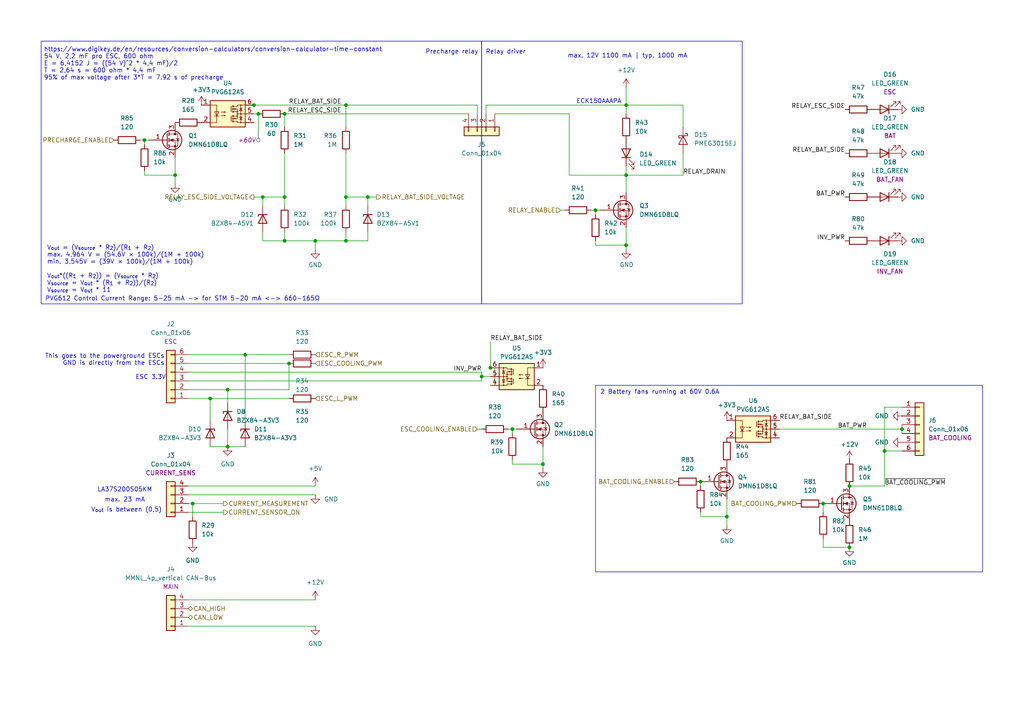
<source format=kicad_sch>
(kicad_sch (version 20231120) (generator "eeschema") (generator_version "8.0")
  (paper "A4")
  (lib_symbols
    (symbol "Connector_Generic:Conn_01x04" (pin_names (offset 1.016) hide)
      (property "Reference" "J" (at 0 5.08 0))
      (property "Value" "Conn_01x04" (at 0 -7.62 0))
      (symbol "Conn_01x04_1_1"
        (rectangle (start -1.27 -4.953) (end 0 -5.207) (stroke (width 0.1524)))
        (rectangle (start -1.27 -2.413) (end 0 -2.667) (stroke (width 0.1524)))
        (rectangle (start -1.27 0.127) (end 0 -0.127) (stroke (width 0.1524)))
        (rectangle (start -1.27 2.667) (end 0 2.413) (stroke (width 0.1524)))
        (rectangle (start -1.27 3.81) (end 1.27 -6.35) (stroke (width 0.254)) (fill (type background)))
        (pin passive line (at -5.08 2.54 0) (length 3.81) (name "Pin_1") (number "1"))
        (pin passive line (at -5.08 0 0) (length 3.81) (name "Pin_2") (number "2"))
        (pin passive line (at -5.08 -2.54 0) (length 3.81) (name "Pin_3") (number "3"))
        (pin passive line (at -5.08 -5.08 0) (length 3.81) (name "Pin_4") (number "4"))
      )
    )
    (symbol "Connector_Generic:Conn_01x06" (pin_names (offset 1.016) hide)
      (property "Reference" "J" (at 0 7.62 0))
      (property "Value" "Conn_01x06" (at 0 -10.16 0))
      (symbol "Conn_01x06_1_1"
        (rectangle (start -1.27 -7.493) (end 0 -7.747) (stroke (width 0.1524)))
        (rectangle (start -1.27 -4.953) (end 0 -5.207) (stroke (width 0.1524)))
        (rectangle (start -1.27 -2.413) (end 0 -2.667) (stroke (width 0.1524)))
        (rectangle (start -1.27 0.127) (end 0 -0.127) (stroke (width 0.1524)))
        (rectangle (start -1.27 2.667) (end 0 2.413) (stroke (width 0.1524)))
        (rectangle (start -1.27 5.207) (end 0 4.953) (stroke (width 0.1524)))
        (rectangle (start -1.27 6.35) (end 1.27 -8.89) (stroke (width 0.254)) (fill (type background)))
        (pin passive line (at -5.08 5.08 0) (length 3.81) (name "Pin_1") (number "1"))
        (pin passive line (at -5.08 2.54 0) (length 3.81) (name "Pin_2") (number "2"))
        (pin passive line (at -5.08 0 0) (length 3.81) (name "Pin_3") (number "3"))
        (pin passive line (at -5.08 -2.54 0) (length 3.81) (name "Pin_4") (number "4"))
        (pin passive line (at -5.08 -5.08 0) (length 3.81) (name "Pin_5") (number "5"))
        (pin passive line (at -5.08 -7.62 0) (length 3.81) (name "Pin_6") (number "6"))
      )
    )
    (symbol "Device:LED" (pin_numbers hide) (pin_names (offset 1.016) hide)
      (property "Reference" "D" (at 0 2.54 0))
      (property "Value" "LED" (at 0 -2.54 0))
      (symbol "LED_0_1"
        (polyline (pts (xy -1.27 -1.27) (xy -1.27 1.27)) (stroke (width 0.254)))
        (polyline (pts (xy -1.27 0) (xy 1.27 0)))
        (polyline (pts (xy 1.27 -1.27) (xy 1.27 1.27) (xy -1.27 0) (xy 1.27 -1.27)) (stroke (width 0.254)))
        (polyline (pts (xy -3.048 -0.762) (xy -4.572 -2.286) (xy -3.81 -2.286) (xy -4.572 -2.286) (xy -4.572 -1.524)))
        (polyline (pts (xy -1.778 -0.762) (xy -3.302 -2.286) (xy -2.54 -2.286) (xy -3.302 -2.286) (xy -3.302 -1.524)))
      )
      (symbol "LED_1_1"
        (pin passive line (at -3.81 0 0) (length 2.54) (name "K") (number "1"))
        (pin passive line (at 3.81 0 180) (length 2.54) (name "A") (number "2"))
      )
    )
    (symbol "Device:R" (pin_numbers hide) (pin_names (offset 0))
      (property "Reference" "R" (at 2.032 0 90))
      (property "Value" "R" (at 0 0 90))
      (symbol "R_0_1"
        (rectangle (start -1.016 -2.54) (end 1.016 2.54) (stroke (width 0.254)))
      )
      (symbol "R_1_1"
        (pin passive line (at 0 3.81 270) (length 1.27) (name "~") (number "1"))
        (pin passive line (at 0 -3.81 90) (length 1.27) (name "~") (number "2"))
      )
    )
    (symbol "Diode:PMEG3015EJ" (pin_numbers hide) (pin_names hide)
      (property "Reference" "D" (at 0 2.54 0))
      (property "Value" "PMEG3015EJ" (at 0 -2.54 0))
      (symbol "PMEG3015EJ_0_1"
        (polyline (pts (xy 1.27 0) (xy -1.27 0)))
        (polyline (pts (xy 1.27 1.27) (xy 1.27 -1.27) (xy -1.27 0) (xy 1.27 1.27)) (stroke (width 0.2032)))
        (polyline (pts (xy -1.905 0.635) (xy -1.905 1.27) (xy -1.27 1.27) (xy -1.27 -1.27) (xy -0.635 -1.27) (xy -0.635 -0.635)) (stroke (width 0.2032)))
      )
      (symbol "PMEG3015EJ_1_1"
        (pin passive line (at -3.81 0 0) (length 2.54) (name "K") (number "1"))
        (pin passive line (at 3.81 0 180) (length 2.54) (name "A") (number "2"))
      )
    )
    (symbol "MVBMS:BZX84-A3V3" (pin_numbers hide) (pin_names (offset 1.016) hide)
      (property "Reference" "D1301" (at -1.27 2.54 90))
      (property "Value" "BZX84-A3V3" (at 1.27 2.54 90))
      (symbol "BZX84-A3V3_0_1"
        (polyline (pts (xy 1.27 0) (xy -1.27 0)))
        (polyline (pts (xy -1.27 -1.27) (xy -1.27 1.27) (xy -0.762 1.27)) (stroke (width 0.254)))
        (polyline (pts (xy 1.27 -1.27) (xy 1.27 1.27) (xy -1.27 0) (xy 1.27 -1.27)) (stroke (width 0.254)))
      )
      (symbol "BZX84-A3V3_1_1"
        (pin passive line (at 3.81 0 180) (length 2.54) (name "A") (number "1"))
        (pin passive line (at -3.81 0 0) (length 2.54) (name "K") (number "3"))
      )
    )
    (symbol "MVBMS:DMN61D8LQ" (pin_names (offset 0) hide)
      (property "Reference" "Q2201" (at 6.35 1.27 0))
      (property "Value" "DMN61D8LQ" (at 6.35 -1.27 0))
      (symbol "DMN61D8LQ_0_1"
        (polyline (pts (xy 0.762 -1.778) (xy 2.54 -1.778)))
        (polyline (pts (xy 0.762 -1.27) (xy 0.762 -2.286)) (stroke (width 0.254)))
        (polyline (pts (xy 0.762 0) (xy 2.54 0)))
        (polyline (pts (xy 0.762 0.508) (xy 0.762 -0.508)) (stroke (width 0.254)))
        (polyline (pts (xy 0.762 1.778) (xy 2.54 1.778)))
        (polyline (pts (xy 0.762 2.286) (xy 0.762 1.27)) (stroke (width 0.254)))
        (polyline (pts (xy 2.54 -1.778) (xy 2.54 -2.54)))
        (polyline (pts (xy 2.54 -1.778) (xy 2.54 0)))
        (polyline (pts (xy 2.54 2.54) (xy 2.54 1.778)))
        (polyline (pts (xy 0.254 1.905) (xy 0.254 -1.905) (xy 0.254 -1.905)) (stroke (width 0.254)))
        (polyline (pts (xy 1.016 0) (xy 2.032 0.381) (xy 2.032 -0.381) (xy 1.016 0)) (fill (type outline)))
        (polyline (pts (xy 2.54 -1.778) (xy 3.302 -1.778) (xy 3.302 1.778) (xy 2.54 1.778)))
        (polyline (pts (xy 2.794 0.508) (xy 2.921 0.381) (xy 3.683 0.381) (xy 3.81 0.254)))
        (polyline (pts (xy 3.302 0.381) (xy 2.921 -0.254) (xy 3.683 -0.254) (xy 3.302 0.381)))
        (circle (center 1.651 0) (radius 2.8194) (stroke (width 0.254)))
        (circle (center 2.54 -1.778) (radius 0.2794) (fill (type outline)))
        (circle (center 2.54 1.778) (radius 0.2794) (fill (type outline)))
      )
      (symbol "DMN61D8LQ_1_1"
        (pin input line (at -5.08 0 0) (length 5.334) (name "G") (number "1"))
        (pin passive line (at 2.54 -5.08 90) (length 2.54) (name "S") (number "2"))
        (pin passive line (at 2.54 5.08 270) (length 2.54) (name "D") (number "3"))
      )
    )
    (symbol "MVBMS:PVG612AS"
      (property "Reference" "U1" (at 0 8.255 0))
      (property "Value" "PVG612AS" (at 0 5.715 0))
      (symbol "PVG612AS_0_1"
        (rectangle (start -5.08 3.81) (end 5.08 -3.81) (stroke (width 0.254)) (fill (type background)))
        (polyline (pts (xy -3.81 -0.635) (xy -2.54 -0.635)))
        (polyline (pts (xy 1.016 -0.635) (xy 1.016 -2.159)) (stroke (width 0.2032)))
        (polyline (pts (xy 1.016 2.159) (xy 1.016 0.635)) (stroke (width 0.2032)))
        (polyline (pts (xy 1.524 -0.508) (xy 1.524 -0.762)) (stroke (width 0.3556)))
        (polyline (pts (xy 2.794 0) (xy 5.08 0)))
        (polyline (pts (xy 3.429 -1.651) (xy 4.191 -1.651)))
        (polyline (pts (xy 3.429 1.651) (xy 4.191 1.651)))
        (polyline (pts (xy 3.81 -2.54) (xy 3.81 2.54)))
        (polyline (pts (xy 1.524 -2.032) (xy 1.524 -2.286) (xy 1.524 -2.286)) (stroke (width 0.3556)))
        (polyline (pts (xy 1.524 -1.27) (xy 1.524 -1.524) (xy 1.524 -1.524)) (stroke (width 0.3556)))
        (polyline (pts (xy 1.524 0.762) (xy 1.524 0.508) (xy 1.524 0.508)) (stroke (width 0.3556)))
        (polyline (pts (xy 1.524 1.524) (xy 1.524 1.27) (xy 1.524 1.27)) (stroke (width 0.3556)))
        (polyline (pts (xy 1.524 2.286) (xy 1.524 2.032) (xy 1.524 2.032)) (stroke (width 0.3556)))
        (polyline (pts (xy 1.651 -1.397) (xy 2.794 -1.397) (xy 2.794 -0.635)))
        (polyline (pts (xy 1.651 1.397) (xy 2.794 1.397) (xy 2.794 0.635)))
        (polyline (pts (xy -5.08 2.54) (xy -3.175 2.54) (xy -3.175 -2.54) (xy -5.08 -2.54)))
        (polyline (pts (xy -3.175 -0.635) (xy -3.81 0.635) (xy -2.54 0.635) (xy -3.175 -0.635)))
        (polyline (pts (xy 1.651 -2.159) (xy 2.794 -2.159) (xy 2.794 -2.54) (xy 5.08 -2.54)))
        (polyline (pts (xy 1.651 -0.635) (xy 2.794 -0.635) (xy 2.794 0.635) (xy 1.651 0.635)))
        (polyline (pts (xy 1.651 2.159) (xy 2.794 2.159) (xy 2.794 2.54) (xy 5.08 2.54)))
        (polyline (pts (xy 1.778 -1.397) (xy 2.286 -1.27) (xy 2.286 -1.524) (xy 1.778 -1.397)))
        (polyline (pts (xy 1.778 1.397) (xy 2.286 1.524) (xy 2.286 1.27) (xy 1.778 1.397)))
        (polyline (pts (xy 3.81 -1.651) (xy 3.429 -0.889) (xy 4.191 -0.889) (xy 3.81 -1.651)))
        (polyline (pts (xy 3.81 1.651) (xy 3.429 0.889) (xy 4.191 0.889) (xy 3.81 1.651)))
        (polyline (pts (xy -1.905 -0.508) (xy -0.635 -0.508) (xy -1.016 -0.635) (xy -1.016 -0.381) (xy -0.635 -0.508)))
        (polyline (pts (xy -1.905 0.508) (xy -0.635 0.508) (xy -1.016 0.381) (xy -1.016 0.635) (xy -0.635 0.508)))
        (circle (center 2.794 -0.635) (radius 0.127))
        (circle (center 2.794 0) (radius 0.127))
        (circle (center 2.794 0.635) (radius 0.127))
        (circle (center 3.81 -2.54) (radius 0.127))
        (circle (center 3.81 0) (radius 0.127))
        (circle (center 3.81 2.54) (radius 0.127))
      )
      (symbol "PVG612AS_1_1"
        (pin passive line (at -7.62 2.54 0) (length 2.54) (name "~") (number "1"))
        (pin passive line (at -7.62 -2.54 0) (length 2.54) (name "~") (number "2"))
        (pin no_connect line (at -5.08 0 0) (length 2.54) hide (name "~") (number "3"))
        (pin passive line (at 7.62 -2.54 180) (length 2.54) (name "~") (number "4"))
        (pin passive line (at 7.62 0 180) (length 2.54) (name "~") (number "5"))
        (pin passive line (at 7.62 2.54 180) (length 2.54) (name "~") (number "6"))
      )
    )
    (symbol "power:+12V" (power) (pin_numbers hide) (pin_names (offset 0) hide)
      (property "Value" "+12V" (at 0 3.556 0))
      (symbol "+12V_0_1"
        (polyline (pts (xy -0.762 1.27) (xy 0 2.54)))
        (polyline (pts (xy 0 0) (xy 0 2.54)))
        (polyline (pts (xy 0 2.54) (xy 0.762 1.27)))
      )
      (symbol "+12V_1_1"
        (pin power_in line (at 0 0 90) (length 0) (name "~") (number "1"))
      )
    )
    (symbol "power:+3V3" (power) (pin_numbers hide) (pin_names (offset 0) hide)
      (property "Value" "+3V3" (at 0 3.556 0))
      (symbol "+3V3_0_1"
        (polyline (pts (xy -0.762 1.27) (xy 0 2.54)))
        (polyline (pts (xy 0 0) (xy 0 2.54)))
        (polyline (pts (xy 0 2.54) (xy 0.762 1.27)))
      )
      (symbol "+3V3_1_1"
        (pin power_in line (at 0 0 90) (length 0) (name "~") (number "1"))
      )
    )
    (symbol "power:+5V" (power) (pin_numbers hide) (pin_names (offset 0) hide)
      (property "Value" "+5V" (at 0 3.556 0))
      (symbol "+5V_0_1"
        (polyline (pts (xy -0.762 1.27) (xy 0 2.54)))
        (polyline (pts (xy 0 0) (xy 0 2.54)))
        (polyline (pts (xy 0 2.54) (xy 0.762 1.27)))
      )
      (symbol "+5V_1_1"
        (pin power_in line (at 0 0 90) (length 0) (name "~") (number "1"))
      )
    )
    (symbol "power:GND" (power) (pin_numbers hide) (pin_names (offset 0) hide)
      (property "Value" "GND" (at 0 -3.81 0))
      (symbol "GND_0_1"
        (polyline (pts (xy 0 0) (xy 0 -1.27) (xy 1.27 -1.27) (xy 0 -2.54) (xy -1.27 -1.27) (xy 0 -1.27)))
      )
      (symbol "GND_1_1"
        (pin power_in line (at 0 0 270) (length 0) (name "~") (number "1"))
      )
    )
  )
  (junction (at 238.76 146.05))
  (junction (at 55.88 146.05))
  (junction (at 76.2 57.15))
  (junction (at 181.61 30.48))
  (junction (at 50.8 50.8))
  (junction (at 66.04 129.54))
  (junction (at 246.38 158.75))
  (junction (at 82.55 69.85))
  (junction (at 73.66 30.48))
  (junction (at 210.82 149.86))
  (junction (at 82.55 33.02))
  (junction (at 82.55 57.15))
  (junction (at 91.44 69.85))
  (junction (at 100.33 57.15))
  (junction (at 60.96 115.57))
  (junction (at 66.04 113.03))
  (junction (at 256.54 130.81))
  (junction (at 100.33 30.48))
  (junction (at 246.38 140.97))
  (junction (at 148.59 124.46))
  (junction (at 139.7 109.22))
  (junction (at 157.48 134.62))
  (junction (at 142.24 106.68))
  (junction (at 100.33 69.85))
  (junction (at 71.12 102.87))
  (junction (at 181.61 50.8))
  (junction (at 41.91 40.64))
  (junction (at 74.93 33.02))
  (junction (at 261.62 124.46))
  (junction (at 203.2 139.7))
  (junction (at 83.82 105.41))
  (junction (at 181.61 71.12))
  (junction (at 172.72 60.96))
  (junction (at 106.68 57.15))
  (wire (pts (xy 143.51 111.76) (xy 142.24 111.76)))
  (wire (pts (xy 198.12 50.8) (xy 198.12 44.45)))
  (wire (pts (xy 172.72 71.12) (xy 181.61 71.12)))
  (wire (pts (xy 143.51 106.68) (xy 143.51 111.76)))
  (wire (pts (xy 54.61 102.87) (xy 71.12 102.87)))
  (wire (pts (xy 76.2 57.15) (xy 82.55 57.15)))
  (wire (pts (xy 142.24 99.06) (xy 142.24 106.68)))
  (wire (pts (xy 148.59 134.62) (xy 157.48 134.62)))
  (wire (pts (xy 181.61 50.8) (xy 181.61 48.26)))
  (wire (pts (xy 60.96 129.54) (xy 66.04 129.54)))
  (wire (pts (xy 181.61 50.8) (xy 181.61 55.88)))
  (wire (pts (xy 55.88 146.05) (xy 64.77 146.05)))
  (wire (pts (xy 142.24 109.22) (xy 139.7 109.22)))
  (wire (pts (xy 73.66 30.48) (xy 100.33 30.48)))
  (wire (pts (xy 54.61 107.95) (xy 139.7 107.95)))
  (wire (pts (xy 50.8 50.8) (xy 50.8 45.72)))
  (wire (pts (xy 238.76 158.75) (xy 246.38 158.75)))
  (wire (pts (xy 54.61 110.49) (xy 139.7 110.49)))
  (wire (pts (xy 143.51 33.02) (xy 165.1 33.02)))
  (wire (pts (xy 91.44 143.51) (xy 54.61 143.51)))
  (wire (pts (xy 54.61 105.41) (xy 83.82 105.41)))
  (wire (pts (xy 100.33 44.45) (xy 100.33 57.15)))
  (wire (pts (xy 143.51 106.68) (xy 142.24 106.68)))
  (wire (pts (xy 224.79 121.92) (xy 224.79 127)))
  (wire (pts (xy 66.04 113.03) (xy 83.82 113.03)))
  (wire (pts (xy 54.61 115.57) (xy 60.96 115.57)))
  (wire (pts (xy 181.61 72.39) (xy 181.61 71.12)))
  (wire (pts (xy 76.2 69.85) (xy 82.55 69.85)))
  (wire (pts (xy 82.55 44.45) (xy 82.55 57.15)))
  (wire (pts (xy 210.82 149.86) (xy 210.82 152.4)))
  (wire (pts (xy 181.61 30.48) (xy 181.61 33.02)))
  (wire (pts (xy 82.55 69.85) (xy 91.44 69.85)))
  (wire (pts (xy 203.2 140.97) (xy 203.2 139.7)))
  (wire (pts (xy 198.12 36.83) (xy 198.12 30.48)))
  (wire (pts (xy 100.33 30.48) (xy 138.43 30.48)))
  (wire (pts (xy 41.91 40.64) (xy 43.18 40.64)))
  (wire (pts (xy 106.68 57.15) (xy 109.22 57.15)))
  (wire (pts (xy 55.88 146.05) (xy 55.88 149.86)))
  (wire (pts (xy 71.12 102.87) (xy 71.12 121.92)))
  (wire (pts (xy 256.54 130.81) (xy 256.54 140.97)))
  (wire (pts (xy 139.7 110.49) (xy 139.7 109.22)))
  (wire (pts (xy 238.76 156.21) (xy 238.76 158.75)))
  (wire (pts (xy 100.33 59.69) (xy 100.33 57.15)))
  (wire (pts (xy 172.72 71.12) (xy 172.72 69.85)))
  (wire (pts (xy 106.68 57.15) (xy 100.33 57.15)))
  (wire (pts (xy 148.59 124.46) (xy 149.86 124.46)))
  (wire (pts (xy 162.56 60.96) (xy 163.83 60.96)))
  (wire (pts (xy 71.12 30.48) (xy 71.12 35.56)))
  (wire (pts (xy 203.2 149.86) (xy 210.82 149.86)))
  (wire (pts (xy 73.66 57.15) (xy 76.2 57.15)))
  (wire (pts (xy 73.66 30.48) (xy 71.12 30.48)))
  (wire (pts (xy 171.45 60.96) (xy 172.72 60.96)))
  (wire (pts (xy 106.68 59.69) (xy 106.68 57.15)))
  (wire (pts (xy 226.06 124.46) (xy 261.62 124.46)))
  (wire (pts (xy 157.48 135.89) (xy 157.48 134.62)))
  (wire (pts (xy 256.54 130.81) (xy 261.62 130.81)))
  (wire (pts (xy 41.91 50.8) (xy 50.8 50.8)))
  (wire (pts (xy 172.72 60.96) (xy 173.99 60.96)))
  (wire (pts (xy 157.48 134.62) (xy 157.48 129.54)))
  (wire (pts (xy 226.06 121.92) (xy 224.79 121.92)))
  (wire (pts (xy 139.7 107.95) (xy 139.7 109.22)))
  (wire (pts (xy 140.97 30.48) (xy 181.61 30.48)))
  (wire (pts (xy 71.12 35.56) (xy 73.66 35.56)))
  (wire (pts (xy 181.61 30.48) (xy 198.12 30.48)))
  (wire (pts (xy 76.2 59.69) (xy 76.2 57.15)))
  (wire (pts (xy 76.2 69.85) (xy 76.2 67.31)))
  (wire (pts (xy 54.61 181.61) (xy 91.44 181.61)))
  (wire (pts (xy 181.61 25.4) (xy 181.61 30.48)))
  (wire (pts (xy 203.2 149.86) (xy 203.2 148.59)))
  (wire (pts (xy 41.91 41.91) (xy 41.91 40.64)))
  (wire (pts (xy 82.55 69.85) (xy 82.55 67.31)))
  (wire (pts (xy 54.61 113.03) (xy 66.04 113.03)))
  (wire (pts (xy 41.91 50.8) (xy 41.91 49.53)))
  (wire (pts (xy 238.76 148.59) (xy 238.76 146.05)))
  (wire (pts (xy 140.97 30.48) (xy 140.97 33.02)))
  (wire (pts (xy 54.61 148.59) (xy 64.77 148.59)))
  (wire (pts (xy 50.8 53.34) (xy 50.8 50.8)))
  (wire (pts (xy 106.68 69.85) (xy 106.68 67.31)))
  (wire (pts (xy 74.93 33.02) (xy 73.66 33.02)))
  (wire (pts (xy 100.33 69.85) (xy 100.33 67.31)))
  (wire (pts (xy 256.54 118.11) (xy 261.62 118.11)))
  (wire (pts (xy 82.55 33.02) (xy 82.55 36.83)))
  (wire (pts (xy 210.82 144.78) (xy 210.82 149.86)))
  (wire (pts (xy 165.1 33.02) (xy 165.1 50.8)))
  (wire (pts (xy 261.62 124.46) (xy 261.62 125.73)))
  (wire (pts (xy 74.93 33.02) (xy 74.93 38.1)))
  (wire (pts (xy 55.88 146.05) (xy 54.61 146.05)))
  (wire (pts (xy 138.43 30.48) (xy 138.43 33.02)))
  (wire (pts (xy 40.64 40.64) (xy 41.91 40.64)))
  (wire (pts (xy 138.43 124.46) (xy 139.7 124.46)))
  (wire (pts (xy 106.68 69.85) (xy 100.33 69.85)))
  (wire (pts (xy 181.61 50.8) (xy 198.12 50.8)))
  (wire (pts (xy 148.59 125.73) (xy 148.59 124.46)))
  (wire (pts (xy 224.79 127) (xy 226.06 127)))
  (wire (pts (xy 66.04 113.03) (xy 66.04 116.84)))
  (wire (pts (xy 165.1 50.8) (xy 181.61 50.8)))
  (wire (pts (xy 261.62 123.19) (xy 261.62 124.46)))
  (wire (pts (xy 71.12 102.87) (xy 83.82 102.87)))
  (wire (pts (xy 147.32 124.46) (xy 148.59 124.46)))
  (wire (pts (xy 91.44 140.97) (xy 54.61 140.97)))
  (wire (pts (xy 256.54 118.11) (xy 256.54 130.81)))
  (wire (pts (xy 100.33 30.48) (xy 100.33 36.83)))
  (wire (pts (xy 83.82 105.41) (xy 83.82 113.03)))
  (wire (pts (xy 91.44 69.85) (xy 100.33 69.85)))
  (wire (pts (xy 148.59 134.62) (xy 148.59 133.35)))
  (wire (pts (xy 60.96 115.57) (xy 83.82 115.57)))
  (wire (pts (xy 82.55 33.02) (xy 135.89 33.02)))
  (wire (pts (xy 91.44 69.85) (xy 91.44 72.39)))
  (wire (pts (xy 60.96 115.57) (xy 60.96 121.92)))
  (wire (pts (xy 246.38 140.97) (xy 256.54 140.97)))
  (wire (pts (xy 172.72 62.23) (xy 172.72 60.96)))
  (wire (pts (xy 71.12 129.54) (xy 66.04 129.54)))
  (wire (pts (xy 181.61 66.04) (xy 181.61 71.12)))
  (wire (pts (xy 82.55 59.69) (xy 82.55 57.15)))
  (wire (pts (xy 66.04 124.46) (xy 66.04 129.54)))
  (wire (pts (xy 54.61 173.99) (xy 91.44 173.99)))
  (rectangle (start 172.72 111.76) (end 284.988 165.862))
  (rectangle (start 139.7 11.938) (end 215.265 88.138))
  (rectangle (start 11.938 11.938) (end 139.7 88.138))
  (text "This goes to the powerground ESCs\nGND is directly from the ESCs" (at 47.752 104.394 0) (effects (font (size 1.27 1.27)) (justify right)))
  (text "V_{out} is between (0,5)" (at 36.703 147.955 0) (effects (font (size 1.27 1.27))))
  (text "Relay driver" (at 140.843 15.875 0) (effects (font (size 1.27 1.27)) (justify left bottom)))
  (text "ECK150AAAPA" (at 167.132 30.226 0) (effects (font (size 1.27 1.27)) (justify left bottom)))
  (text "LA37S200S05KM" (at 36.195 142.113 0) (effects (font (size 1.27 1.27))))
  (text "2 Battery fans running at 60V 0.6A" (at 191.389 113.792 0) (effects (font (size 1.27 1.27))))
  (text "ESC 3.3V" (at 39.243 110.236 0) (effects (font (size 1.27 1.27)) (justify left bottom)))
  (text "max. 12V 1100 mA | typ. 1000 mA " (at 164.592 17.018 0) (effects (font (size 1.27 1.27)) (justify left bottom)))
  (text "max. 23 mA" (at 36.195 145.034 0) (effects (font (size 1.27 1.27))))
  (text "PVG612 Control Current Range: 5-25 mA -> for STM 5-20 mA <-> 660-165 Ω" (at 52.959 86.741 0) (effects (font (size 1.27 1.27))))
  (text "Precharge relay" (at 131.064 15.113 0) (effects (font (size 1.27 1.27))))
  (text "V_{out} = (V_{source} * R_{2})/(R_{1} + R_{2})\nmax. 4,964 V = (54,6V × 100k)/(1M + 100k)\nmin. 3,545 V = (39V × 100k)/(1M + 100k)\n\nV_{out}*((R_{1} + R_{2})) = (V_{source} * R_{2})\nV_{source} = V_{out} * (R_{1} + R_{2}))/(R_{2})\nV_{source} = V_{out} * 11\n\n" (at 13.589 79.121 0) (effects (font (size 1.27 1.27)) (justify left)))
  (text "https://www.digikey.de/en/resources/conversion-calculators/conversion-calculator-time-constant\n54 V, 2,2 mF pro ESC, 600 ohm\nE = 6,4152 J = ((54 V)^2 * 4,4 mF)/2\nT = 2,64 s = 600 ohm * 4,4 mF \n95% of max voltage after 3*T = 7.92 s of precharge" (at 12.7 18.542 0) (effects (font (size 1.27 1.27)) (justify left)))
  (label "RELAY_ESC_SIDE" (at 245.11 31.75 180) (property "Netclass" "+60V" (effects (hide yes))))
  (label "RELAY_BAT_SIDE" (at 142.24 99.06 0) (property "Netclass" "+60V" (effects (hide yes))))
  (label "INV_PWR" (at 245.11 69.85 180) (property "Netclass" "+60V" (effects (hide yes))))
  (label "RELAY_ESC_SIDE" (at 99.06 33.02 180) (property "Netclass" "+60V" (effects (hide yes))))
  (label "INV_PWR" (at 139.7 107.95 180) (property "Netclass" "+60V" (effects (hide yes))))
  (label "~{BAT_COOLING_PWM}" (at 256.54 140.97 0))
  (label "RELAY_BAT_SIDE" (at 226.06 121.92 0) (property "Netclass" "+60V" (effects (hide yes))))
  (label "BAT_PWR" (at 245.11 57.15 180) (property "Netclass" "+60V" (effects (hide yes))))
  (label "BAT_PWR" (at 251.46 124.46 180) (property "Netclass" "+60V" (effects (hide yes))))
  (label "RELAY_DRAIN" (at 198.12 50.8 0) (property "Netclass" "+12V" (effects (hide yes))))
  (label "RELAY_BAT_SIDE" (at 245.11 44.45 180) (property "Netclass" "+60V" (effects (hide yes))))
  (label "RELAY_BAT_SIDE" (at 99.06 30.48 180) (property "Netclass" "+60V" (effects (hide yes))))
  (hierarchical_label "ESC_COOLING_ENABLE" (shape input) (at 138.43 124.46 180))
  (hierarchical_label "CAN_LOW" (shape bidirectional) (at 54.61 179.07 0))
  (hierarchical_label "RELAY_BAT_SIDE_VOLTAGE" (shape output) (at 109.22 57.15 0))
  (hierarchical_label "CURRENT_MEASUREMENT" (shape output) (at 64.77 146.05 0))
  (hierarchical_label "BAT_COOLING_ENABLE" (shape input) (at 195.58 139.7 180))
  (hierarchical_label "CURRENT_SENSOR_ON" (shape output) (at 64.77 148.59 0))
  (hierarchical_label "RELAY_ESC_SIDE_VOLTAGE" (shape output) (at 73.66 57.15 180))
  (hierarchical_label "PRECHARGE_ENABLE" (shape input) (at 33.02 40.64 180))
  (hierarchical_label "ESC_L_PWM" (shape input) (at 91.44 115.57 0))
  (hierarchical_label "CAN_HIGH" (shape bidirectional) (at 54.61 176.53 0))
  (hierarchical_label "ESC_R_PWM" (shape input) (at 91.44 102.87 0))
  (hierarchical_label "RELAY_ENABLE" (shape input) (at 162.56 60.96 180))
  (hierarchical_label "BAT_COOLING_PWM" (shape input) (at 231.14 146.05 180))
  (hierarchical_label "ESC_COOLING_PWM" (shape input) (at 91.44 105.41 0))
  (netclass_flag "" (length 2.54) (shape round) (at 74.93 38.1 180) (property "Netclass" "+60V" (at 74.2315 40.64 0) (effects (font (italic yes)) (justify right))))
  (symbol (lib_id "Device:LED") (at 256.54 31.75 180) (unit 1)
    (property "Reference" "D16" (at 258.1275 21.59 0))
    (property "Value" "LED_GREEN" (at 258.1275 24.13 0))
    (property "Footprint" "LED_SMD:LED_0603_1608Metric" (effects (hide yes)))
    (property "Description" "Light emitting diode" (effects (hide yes)))
    (property "Silkscreen" "ESC" (at 258.1275 26.67 0))
  )
  (symbol (lib_id "Device:R") (at 246.38 154.94 0) (mirror y) (unit 1)
    (property "Reference" "R46" (at 248.92 153.6699 0) (effects (justify right)))
    (property "Value" "1M" (at 248.92 156.2099 0) (effects (justify right)))
    (property "Footprint" "Resistor_SMD:R_0603_1608Metric" (effects (hide yes)))
    (property "Description" "Resistor" (effects (hide yes)))
  )
  (symbol (lib_id "Connector_Generic:Conn_01x04") (at 49.53 146.05 180) (unit 1)
    (property "Reference" "J3" (at 49.53 132.08 0))
    (property "Value" "Conn_01x04" (at 49.53 134.62 0))
    (property "Footprint" "FaSTTUBe_connectors:Micro_Mate-N-Lok_4p_horizontal" (effects (hide yes)))
    (property "Description" "Generic connector, single row, 01x04, script generated (kicad-library-utils/schlib/autogen/connector/)" (effects (hide yes)))
    (property "Silkscreen" "CURRENT_SENS" (at 49.53 137.16 0))
  )
  (symbol (lib_id "power:+3V3") (at 210.82 121.92 0) (unit 1)
    (property "Reference" "#PWR057" (effects (hide yes)))
    (property "Value" "+3V3" (at 210.82 117.475 0))
    (property "Description" "Power symbol creates a global label with name \"+3V3\"" (effects (hide yes)))
  )
  (symbol (lib_id "Connector_Generic:Conn_01x04") (at 49.53 179.07 180) (unit 1)
    (property "Reference" "J4" (at 49.53 165.1 0))
    (property "Value" "MMNL_4p_vertical CAN-Bus" (at 49.53 167.64 0))
    (property "Footprint" "FaSTTUBe_connectors:Micro_Mate-N-Lok_4p_horizontal" (effects (hide yes)))
    (property "Description" "Generic connector, single row, 01x04, script generated (kicad-library-utils/schlib/autogen/connector/)" (effects (hide yes)))
    (property "Silkscreen" "MAIN" (at 49.53 170.18 0))
  )
  (symbol (lib_id "Device:R") (at 181.61 36.83 0) (unit 1)
    (property "Reference" "R43" (at 184.15 35.5599 0) (effects (justify left)))
    (property "Value" "10k" (at 184.15 38.0999 0) (effects (justify left)))
    (property "Footprint" "Resistor_SMD:R_0603_1608Metric" (effects (hide yes)))
    (property "Description" "Resistor" (effects (hide yes)))
    (instances (project "MVBMS" (path "" (reference "R43") (unit 1))) (project "Master_FT24" (path "" (reference "R404") (unit 1))))
  )
  (symbol (lib_id "Device:R") (at 248.92 69.85 270) (unit 1)
    (property "Reference" "R80" (at 248.92 63.5 90))
    (property "Value" "47k" (at 248.92 66.04 90))
    (property "Footprint" "Resistor_SMD:R_0603_1608Metric" (effects (hide yes)))
    (property "Description" "Resistor" (effects (hide yes)))
  )
  (symbol (lib_id "Device:R") (at 148.59 129.54 0) (unit 1)
    (property "Reference" "R39" (at 146.05 128.2699 0) (effects (justify right)))
    (property "Value" "10k" (at 146.05 130.8099 0) (effects (justify right)))
    (property "Footprint" "Resistor_SMD:R_0603_1608Metric" (effects (hide yes)))
    (property "Description" "Resistor" (effects (hide yes)))
  )
  (symbol (lib_id "Device:R") (at 203.2 144.78 0) (unit 1)
    (property "Reference" "R84" (at 205.74 143.5099 0) (effects (justify left)))
    (property "Value" "10k" (at 205.74 146.0499 0) (effects (justify left)))
    (property "Footprint" "Resistor_SMD:R_0603_1608Metric" (effects (hide yes)))
    (property "Description" "Resistor" (effects (hide yes)))
  )
  (symbol (lib_id "MVBMS:DMN61D8LQ") (at 154.94 124.46 0) (unit 1)
    (property "Reference" "Q2" (at 160.655 123.1899 0) (effects (justify left)))
    (property "Value" "DMN61D8LQ" (at 160.655 125.7299 0) (effects (justify left)))
    (property "Footprint" "Package_TO_SOT_SMD:SOT-23" (effects (hide yes)))
    (property "Datasheet" "https://www.mouser.de/datasheet/2/115/DIOD_S_A0002832699_1-2541996.pdf" (effects (hide yes)))
  )
  (symbol (lib_id "Device:R") (at 82.55 63.5 0) (unit 1)
    (property "Reference" "R32" (at 85.09 62.2299 0) (effects (justify left)))
    (property "Value" "100k" (at 85.09 64.7699 0) (effects (justify left)))
    (property "Footprint" "Resistor_SMD:R_0603_1608Metric" (effects (hide yes)))
    (property "Description" "Resistor" (effects (hide yes)))
  )
  (symbol (lib_id "Device:R") (at 41.91 45.72 0) (unit 1)
    (property "Reference" "R86" (at 44.45 44.4499 0) (effects (justify left)))
    (property "Value" "10k" (at 44.45 46.9899 0) (effects (justify left)))
    (property "Footprint" "Resistor_SMD:R_0603_1608Metric" (effects (hide yes)))
    (property "Description" "Resistor" (effects (hide yes)))
  )
  (symbol (lib_id "power:GND") (at 260.35 44.45 90) (unit 1)
    (property "Reference" "#PWR062" (effects (hide yes)))
    (property "Value" "GND" (at 264.16 44.4499 90) (effects (justify right)))
    (property "Description" "Power symbol creates a global label with name \"GND\" , ground" (effects (hide yes)))
  )
  (symbol (lib_id "MVBMS:BZX84-A3V3") (at 106.68 63.5 90) (mirror x) (unit 1)
    (property "Reference" "D13" (at 109.22 62.2299 90) (effects (justify right)))
    (property "Value" "BZX84-A5V1" (at 109.22 64.7699 90) (effects (justify right)))
    (property "Footprint" "Package_TO_SOT_SMD:SOT-23-3" (effects (hide yes)))
  )
  (symbol (lib_id "Device:R") (at 78.74 33.02 270) (unit 1)
    (property "Reference" "R30" (at 78.74 36.195 90))
    (property "Value" "60" (at 78.74 38.735 90))
    (property "Footprint" "Resistor_SMD:R_2512_6332Metric" (effects (hide yes)))
    (property "Description" "Resistor" (effects (hide yes)))
  )
  (symbol (lib_id "power:+12V") (at 181.61 25.4 0) (unit 1)
    (property "Reference" "#PWR055" (effects (hide yes)))
    (property "Value" "+12V" (at 181.61 20.32 0))
    (property "Description" "Power symbol creates a global label with name \"+12V\"" (effects (hide yes)))
  )
  (symbol (lib_id "power:GND") (at 260.35 31.75 90) (unit 1)
    (property "Reference" "#PWR061" (effects (hide yes)))
    (property "Value" "GND" (at 264.16 31.7499 90) (effects (justify right)))
    (property "Description" "Power symbol creates a global label with name \"GND\" , ground" (effects (hide yes)))
  )
  (symbol (lib_id "Diode:PMEG3015EJ") (at 198.12 40.64 270) (unit 1)
    (property "Reference" "D15" (at 201.295 39.0525 90) (effects (justify left)))
    (property "Value" "PMEG3015EJ" (at 201.295 41.5925 90) (effects (justify left)))
    (property "Footprint" "Diode_SMD:D_SOD-323_HandSoldering" (effects (hide yes)))
    (property "Datasheet" "https://assets.nexperia.com/documents/data-sheet/PMEG3015EH.pdf" (effects (hide yes)))
    (property "Description" "30V, 1.5A ultra low Vf MEGA Schottky barrier rectifier, SOD-323F" (effects (hide yes)))
  )
  (symbol (lib_id "Device:LED") (at 181.61 44.45 90) (unit 1)
    (property "Reference" "D14" (at 185.42 44.7674 90) (effects (justify right)))
    (property "Value" "LED_GREEN" (at 185.42 47.3074 90) (effects (justify right)))
    (property "Footprint" "LED_SMD:LED_0603_1608Metric" (effects (hide yes)))
    (property "Description" "Light emitting diode" (effects (hide yes)))
    (property "Silkscreen" "RELAY_ON" (effects (hide yes)))
    (instances (project "MVBMS" (path "" (reference "D14") (unit 1))) (project "Master_FT24" (path "" (reference "D406") (unit 1))))
  )
  (symbol (lib_id "Connector_Generic:Conn_01x06") (at 266.7 123.19 0) (unit 1)
    (property "Reference" "J6" (at 269.24 121.9199 0) (effects (justify left)))
    (property "Value" "Conn_01x06" (at 269.24 124.4599 0) (effects (justify left)))
    (property "Footprint" "FaSTTUBe_connectors:Micro_Mate-N-Lok_6p_horizontal" (effects (hide yes)))
    (property "Description" "Generic connector, single row, 01x06, script generated (kicad-library-utils/schlib/autogen/connector/)" (effects (hide yes)))
    (property "Silkscreen" "BAT_COOLING" (at 269.24 126.9999 0) (effects (justify left)))
  )
  (symbol (lib_id "MVBMS:PVG612AS") (at 66.04 33.02 0) (unit 1)
    (property "Reference" "U4" (at 66.04 24.13 0))
    (property "Value" "PVG612AS" (at 66.04 26.67 0))
    (property "Footprint" "Package_DIP:SMDIP-6_W9.53mm" (effects (hide yes)))
    (property "Datasheet" "https://www.infineon.com/dgdl/Infineon-PVG612A-DataSheet-v01_00-EN.pdf?fileId=5546d462533600a401535683ca14293a" (effects (hide yes)))
  )
  (symbol (lib_id "Device:R") (at 87.63 102.87 90) (unit 1)
    (property "Reference" "R33" (at 87.63 96.52 90))
    (property "Value" "120" (at 87.63 99.06 90))
    (property "Footprint" "Resistor_SMD:R_0603_1608Metric" (effects (hide yes)))
    (property "Description" "Resistor" (effects (hide yes)))
  )
  (symbol (lib_id "Device:R") (at 210.82 130.81 180) (unit 1)
    (property "Reference" "R44" (at 213.36 129.5399 0) (effects (justify right)))
    (property "Value" "165" (at 213.36 132.0799 0) (effects (justify right)))
    (property "Footprint" "Resistor_SMD:R_0603_1608Metric" (effects (hide yes)))
    (property "Description" "Resistor" (effects (hide yes)))
  )
  (symbol (lib_id "power:GND") (at 55.88 157.48 0) (mirror y) (unit 1)
    (property "Reference" "#PWR045" (effects (hide yes)))
    (property "Value" "GND" (at 55.88 162.56 0))
    (property "Description" "Power symbol creates a global label with name \"GND\" , ground" (effects (hide yes)))
  )
  (symbol (lib_id "Device:R") (at 36.83 40.64 90) (unit 1)
    (property "Reference" "R85" (at 36.83 34.29 90))
    (property "Value" "120" (at 36.83 36.83 90))
    (property "Footprint" "Resistor_SMD:R_0603_1608Metric" (effects (hide yes)))
    (property "Description" "Resistor" (effects (hide yes)))
  )
  (symbol (lib_id "MVBMS:BZX84-A3V3") (at 71.12 125.73 90) (mirror x) (unit 1)
    (property "Reference" "D11" (at 73.66 124.4599 90) (effects (justify right)))
    (property "Value" "BZX84-A3V3" (at 73.66 126.9999 90) (effects (justify right)))
    (property "Footprint" "Package_TO_SOT_SMD:SOT-23-3" (effects (hide yes)))
  )
  (symbol (lib_id "power:GND") (at 50.8 53.34 0) (unit 1)
    (property "Reference" "#PWR044" (effects (hide yes)))
    (property "Value" "GND" (at 50.8 57.785 0))
    (property "Description" "Power symbol creates a global label with name \"GND\" , ground" (effects (hide yes)))
  )
  (symbol (lib_id "power:GND") (at 91.44 143.51 0) (mirror y) (unit 1)
    (property "Reference" "#PWR050" (effects (hide yes)))
    (property "Value" "GND" (at 93.98 144.7799 0) (effects (justify right)))
    (property "Description" "Power symbol creates a global label with name \"GND\" , ground" (effects (hide yes)))
  )
  (symbol (lib_id "power:GND") (at 91.44 72.39 0) (mirror y) (unit 1)
    (property "Reference" "#PWR048" (effects (hide yes)))
    (property "Value" "GND" (at 91.44 76.835 0))
    (property "Description" "Power symbol creates a global label with name \"GND\" , ground" (effects (hide yes)))
  )
  (symbol (lib_id "Device:LED") (at 256.54 57.15 180) (unit 1)
    (property "Reference" "D18" (at 258.1275 46.99 0))
    (property "Value" "LED_GREEN" (at 258.1275 49.53 0))
    (property "Footprint" "LED_SMD:LED_0603_1608Metric" (effects (hide yes)))
    (property "Description" "Light emitting diode" (effects (hide yes)))
    (property "Silkscreen" "BAT_FAN" (at 258.1275 52.07 0))
  )
  (symbol (lib_id "MVBMS:DMN61D8LQ") (at 208.28 139.7 0) (unit 1)
    (property "Reference" "Q4" (at 213.995 138.4299 0) (effects (justify left)))
    (property "Value" "DMN61D8LQ" (at 213.995 140.9699 0) (effects (justify left)))
    (property "Footprint" "Package_TO_SOT_SMD:SOT-23" (effects (hide yes)))
    (property "Datasheet" "https://www.mouser.de/datasheet/2/115/DIOD_S_A0002832699_1-2541996.pdf" (effects (hide yes)))
  )
  (symbol (lib_id "Device:R") (at 248.92 57.15 270) (unit 1)
    (property "Reference" "R49" (at 248.92 50.8 90))
    (property "Value" "47k" (at 248.92 53.34 90))
    (property "Footprint" "Resistor_SMD:R_0603_1608Metric" (effects (hide yes)))
    (property "Description" "Resistor" (effects (hide yes)))
  )
  (symbol (lib_id "power:+12V") (at 91.44 173.99 0) (unit 1)
    (property "Reference" "#PWR051" (effects (hide yes)))
    (property "Value" "+12V" (at 91.44 168.91 0))
    (property "Description" "Power symbol creates a global label with name \"+12V\"" (effects (hide yes)))
  )
  (symbol (lib_id "Device:LED") (at 256.54 69.85 180) (unit 1)
    (property "Reference" "D19" (at 258.1275 73.66 0))
    (property "Value" "LED_GREEN" (at 258.1275 76.2 0))
    (property "Footprint" "LED_SMD:LED_0603_1608Metric" (effects (hide yes)))
    (property "Description" "Light emitting diode" (effects (hide yes)))
    (property "Silkscreen" "INV_FAN" (at 258.1275 78.74 0))
  )
  (symbol (lib_id "power:GND") (at 66.04 129.54 0) (unit 1)
    (property "Reference" "#PWR047" (effects (hide yes)))
    (property "Value" "GND" (at 66.04 134.62 0))
    (property "Description" "Power symbol creates a global label with name \"GND\" , ground" (effects (hide yes)))
  )
  (symbol (lib_id "power:GND") (at 210.82 152.4 0) (mirror y) (unit 1)
    (property "Reference" "#PWR058" (effects (hide yes)))
    (property "Value" "GND" (at 210.82 156.845 0))
    (property "Description" "Power symbol creates a global label with name \"GND\" , ground" (effects (hide yes)))
  )
  (symbol (lib_id "power:GND") (at 261.62 128.27 270) (mirror x) (unit 1)
    (property "Reference" "#PWR065" (effects (hide yes)))
    (property "Value" "GND" (at 257.81 128.2699 90) (effects (justify right)))
    (property "Description" "Power symbol creates a global label with name \"GND\" , ground" (effects (hide yes)))
  )
  (symbol (lib_id "Device:R") (at 82.55 40.64 0) (mirror y) (unit 1)
    (property "Reference" "R31" (at 85.09 39.3699 0) (effects (justify right)))
    (property "Value" "1M" (at 85.09 41.9099 0) (effects (justify right)))
    (property "Footprint" "Resistor_SMD:R_0603_1608Metric" (effects (hide yes)))
    (property "Description" "Resistor" (effects (hide yes)))
  )
  (symbol (lib_id "Device:R") (at 100.33 40.64 0) (unit 1)
    (property "Reference" "R36" (at 97.79 39.3699 0) (effects (justify right)))
    (property "Value" "1M" (at 97.79 41.9099 0) (effects (justify right)))
    (property "Footprint" "Resistor_SMD:R_0603_1608Metric" (effects (hide yes)))
    (property "Description" "Resistor" (effects (hide yes)))
  )
  (symbol (lib_id "Device:R") (at 87.63 105.41 90) (unit 1)
    (property "Reference" "R34" (at 87.63 110.49 90))
    (property "Value" "120" (at 87.63 113.03 90))
    (property "Footprint" "Resistor_SMD:R_0603_1608Metric" (effects (hide yes)))
    (property "Description" "Resistor" (effects (hide yes)))
  )
  (symbol (lib_id "power:GND") (at 260.35 57.15 90) (unit 1)
    (property "Reference" "#PWR063" (effects (hide yes)))
    (property "Value" "GND" (at 264.16 57.1499 90) (effects (justify right)))
    (property "Description" "Power symbol creates a global label with name \"GND\" , ground" (effects (hide yes)))
  )
  (symbol (lib_id "Device:R") (at 238.76 152.4 0) (unit 1)
    (property "Reference" "R82" (at 241.3 151.1299 0) (effects (justify left)))
    (property "Value" "10k" (at 241.3 153.6699 0) (effects (justify left)))
    (property "Footprint" "Resistor_SMD:R_0603_1608Metric" (effects (hide yes)))
    (property "Description" "Resistor" (effects (hide yes)))
  )
  (symbol (lib_id "power:+5V") (at 91.44 140.97 0) (unit 1)
    (property "Reference" "#PWR049" (effects (hide yes)))
    (property "Value" "+5V" (at 91.44 135.89 0))
    (property "Description" "Power symbol creates a global label with name \"+5V\"" (effects (hide yes)))
  )
  (symbol (lib_id "power:+3V3") (at 157.48 106.68 0) (mirror y) (unit 1)
    (property "Reference" "#PWR053" (effects (hide yes)))
    (property "Value" "+3V3" (at 157.48 102.235 0))
    (property "Description" "Power symbol creates a global label with name \"+3V3\"" (effects (hide yes)))
  )
  (symbol (lib_id "power:GND") (at 261.62 120.65 270) (unit 1)
    (property "Reference" "#PWR064" (effects (hide yes)))
    (property "Value" "GND" (at 257.81 120.6499 90) (effects (justify right)))
    (property "Description" "Power symbol creates a global label with name \"GND\" , ground" (effects (hide yes)))
  )
  (symbol (lib_id "MVBMS:DMN61D8LQ") (at 48.26 40.64 0) (unit 1)
    (property "Reference" "Q1" (at 54.61 39.3699 0) (effects (justify left)))
    (property "Value" "DMN61D8LQ" (at 54.61 41.9099 0) (effects (justify left)))
    (property "Footprint" "Package_TO_SOT_SMD:SOT-23" (effects (hide yes)))
    (property "Datasheet" "https://www.mouser.de/datasheet/2/115/DIOD_S_A0002832699_1-2541996.pdf" (effects (hide yes)))
  )
  (symbol (lib_id "Device:R") (at 54.61 35.56 270) (unit 1)
    (property "Reference" "R28" (at 54.61 29.21 90))
    (property "Value" "165" (at 54.61 31.75 90))
    (property "Footprint" "Resistor_SMD:R_0603_1608Metric" (effects (hide yes)))
    (property "Description" "Resistor" (effects (hide yes)))
  )
  (symbol (lib_id "MVBMS:BZX84-A3V3") (at 60.96 125.73 270) (unit 1)
    (property "Reference" "D10" (at 58.42 124.4599 90) (effects (justify right)))
    (property "Value" "BZX84-A3V3" (at 58.42 126.9999 90) (effects (justify right)))
    (property "Footprint" "Package_TO_SOT_SMD:SOT-23-3" (effects (hide yes)))
  )
  (symbol (lib_id "power:GND") (at 246.38 158.75 0) (mirror y) (unit 1)
    (property "Reference" "#PWR060" (effects (hide yes)))
    (property "Value" "GND" (at 246.38 163.195 0))
    (property "Description" "Power symbol creates a global label with name \"GND\" , ground" (effects (hide yes)))
  )
  (symbol (lib_id "Device:R") (at 143.51 124.46 90) (unit 1)
    (property "Reference" "R38" (at 143.51 118.11 90))
    (property "Value" "120" (at 143.51 120.65 90))
    (property "Footprint" "Resistor_SMD:R_0603_1608Metric" (effects (hide yes)))
    (property "Description" "Resistor" (effects (hide yes)))
  )
  (symbol (lib_id "Device:R") (at 100.33 63.5 0) (mirror y) (unit 1)
    (property "Reference" "R37" (at 97.79 62.2299 0) (effects (justify left)))
    (property "Value" "100k" (at 97.79 64.7699 0) (effects (justify left)))
    (property "Footprint" "Resistor_SMD:R_0603_1608Metric" (effects (hide yes)))
    (property "Description" "Resistor" (effects (hide yes)))
  )
  (symbol (lib_id "Device:R") (at 248.92 44.45 270) (unit 1)
    (property "Reference" "R48" (at 248.92 38.1 90))
    (property "Value" "47k" (at 248.92 40.64 90))
    (property "Footprint" "Resistor_SMD:R_0603_1608Metric" (effects (hide yes)))
    (property "Description" "Resistor" (effects (hide yes)))
  )
  (symbol (lib_id "MVBMS:DMN61D8LQ") (at 179.07 60.96 0) (unit 1)
    (property "Reference" "Q3" (at 185.42 59.6899 0) (effects (justify left)))
    (property "Value" "DMN61D8LQ" (at 185.42 62.2299 0) (effects (justify left)))
    (property "Footprint" "Package_TO_SOT_SMD:SOT-23" (effects (hide yes)))
    (property "Datasheet" "https://www.mouser.de/datasheet/2/115/DIOD_S_A0002832699_1-2541996.pdf" (effects (hide yes)))
  )
  (symbol (lib_id "MVBMS:DMN61D8LQ") (at 243.84 146.05 0) (unit 1)
    (property "Reference" "Q5" (at 250.19 144.7799 0) (effects (justify left)))
    (property "Value" "DMN61D8LQ" (at 250.19 147.3199 0) (effects (justify left)))
    (property "Footprint" "Package_TO_SOT_SMD:SOT-23" (effects (hide yes)))
    (property "Datasheet" "https://www.mouser.de/datasheet/2/115/DIOD_S_A0002832699_1-2541996.pdf" (effects (hide yes)))
  )
  (symbol (lib_id "power:GND") (at 91.44 181.61 0) (unit 1)
    (property "Reference" "#PWR052" (effects (hide yes)))
    (property "Value" "GND" (at 91.44 186.69 0))
    (property "Description" "Power symbol creates a global label with name \"GND\" , ground" (effects (hide yes)))
  )
  (symbol (lib_id "Device:LED") (at 256.54 44.45 180) (unit 1)
    (property "Reference" "D17" (at 258.1275 34.29 0))
    (property "Value" "LED_GREEN" (at 258.1275 36.83 0))
    (property "Footprint" "LED_SMD:LED_0603_1608Metric" (effects (hide yes)))
    (property "Description" "Light emitting diode" (effects (hide yes)))
    (property "Silkscreen" "BAT" (at 258.1275 39.37 0))
  )
  (symbol (lib_id "power:+12V") (at 246.38 133.35 0) (unit 1)
    (property "Reference" "#PWR059" (effects (hide yes)))
    (property "Value" "+12V" (at 246.38 128.905 0))
    (property "Description" "Power symbol creates a global label with name \"+12V\"" (effects (hide yes)))
  )
  (symbol (lib_id "power:+3V3") (at 58.42 30.48 0) (unit 1)
    (property "Reference" "#PWR046" (effects (hide yes)))
    (property "Value" "+3V3" (at 58.42 26.035 0))
    (property "Description" "Power symbol creates a global label with name \"+3V3\"" (effects (hide yes)))
  )
  (symbol (lib_id "MVBMS:BZX84-A3V3") (at 66.04 120.65 90) (mirror x) (unit 1)
    (property "Reference" "D8" (at 68.58 119.3799 90) (effects (justify right)))
    (property "Value" "BZX84-A3V3" (at 68.58 121.9199 90) (effects (justify right)))
    (property "Footprint" "Package_TO_SOT_SMD:SOT-23-3" (effects (hide yes)))
  )
  (symbol (lib_id "Device:R") (at 87.63 115.57 90) (unit 1)
    (property "Reference" "R35" (at 87.63 119.38 90))
    (property "Value" "120" (at 87.63 121.92 90))
    (property "Footprint" "Resistor_SMD:R_0603_1608Metric" (effects (hide yes)))
    (property "Description" "Resistor" (effects (hide yes)))
  )
  (symbol (lib_id "MVBMS:PVG612AS") (at 218.44 124.46 0) (unit 1)
    (property "Reference" "U6" (at 218.44 116.205 0))
    (property "Value" "PVG612AS" (at 218.44 118.745 0))
    (property "Footprint" "Package_DIP:SMDIP-6_W9.53mm" (effects (hide yes)))
    (property "Datasheet" "https://www.infineon.com/dgdl/Infineon-PVG612A-DataSheet-v01_00-EN.pdf?fileId=5546d462533600a401535683ca14293a" (effects (hide yes)))
  )
  (symbol (lib_id "Device:R") (at 246.38 137.16 0) (mirror y) (unit 1)
    (property "Reference" "R45" (at 248.92 135.8899 0) (effects (justify right)))
    (property "Value" "10k" (at 248.92 138.4299 0) (effects (justify right)))
    (property "Footprint" "Resistor_SMD:R_0603_1608Metric" (effects (hide yes)))
    (property "Description" "Resistor" (effects (hide yes)))
  )
  (symbol (lib_id "Device:R") (at 157.48 115.57 0) (mirror x) (unit 1)
    (property "Reference" "R40" (at 160.02 114.2999 0) (effects (justify left)))
    (property "Value" "165" (at 160.02 116.8399 0) (effects (justify left)))
    (property "Footprint" "Resistor_SMD:R_0603_1608Metric" (effects (hide yes)))
    (property "Description" "Resistor" (effects (hide yes)))
  )
  (symbol (lib_id "Connector_Generic:Conn_01x04") (at 140.97 38.1 270) (unit 1)
    (property "Reference" "J5" (at 139.7 41.91 90))
    (property "Value" "Conn_01x04" (at 139.7 44.45 90))
    (property "Footprint" "FaSTTUBe_connectors:Micro_Mate-N-Lok_4p_horizontal" (effects (hide yes)))
    (property "Description" "Generic connector, single row, 01x04, script generated (kicad-library-utils/schlib/autogen/connector/)" (effects (hide yes)))
    (property "Silkscreen" "RELAY" (effects (hide yes)))
  )
  (symbol (lib_id "power:GND") (at 181.61 72.39 0) (unit 1)
    (property "Reference" "#PWR056" (effects (hide yes)))
    (property "Value" "GND" (at 181.737 76.7842 0))
    (property "Description" "Power symbol creates a global label with name \"GND\" , ground" (effects (hide yes)))
    (instances (project "MVBMS" (path "" (reference "#PWR056") (unit 1))) (project "Master_FT24" (path "" (reference "#PWR0406") (unit 1))))
  )
  (symbol (lib_id "Device:R") (at 172.72 66.04 0) (unit 1)
    (property "Reference" "R42" (at 175.26 64.7699 0) (effects (justify left)))
    (property "Value" "10k" (at 175.26 67.3099 0) (effects (justify left)))
    (property "Footprint" "Resistor_SMD:R_0603_1608Metric" (effects (hide yes)))
    (property "Description" "Resistor" (effects (hide yes)))
    (instances (project "MVBMS" (path "" (reference "R42") (unit 1))) (project "Master_FT24" (path "" (reference "R411") (unit 1))))
  )
  (symbol (lib_id "Device:R") (at 199.39 139.7 90) (unit 1)
    (property "Reference" "R83" (at 199.39 133.35 90))
    (property "Value" "120" (at 199.39 135.89 90))
    (property "Footprint" "Resistor_SMD:R_0603_1608Metric" (effects (hide yes)))
    (property "Description" "Resistor" (effects (hide yes)))
  )
  (symbol (lib_id "Device:R") (at 55.88 153.67 180) (unit 1)
    (property "Reference" "R29" (at 58.42 152.3999 0) (effects (justify right)))
    (property "Value" "10k" (at 58.42 154.9399 0) (effects (justify right)))
    (property "Footprint" "Resistor_SMD:R_0603_1608Metric" (effects (hide yes)))
    (property "Description" "Resistor" (effects (hide yes)))
  )
  (symbol (lib_id "Device:R") (at 167.64 60.96 90) (unit 1)
    (property "Reference" "R41" (at 167.64 54.61 90))
    (property "Value" "120" (at 167.64 57.15 90))
    (property "Footprint" "Resistor_SMD:R_0603_1608Metric" (effects (hide yes)))
    (property "Description" "Resistor" (effects (hide yes)))
    (instances (project "MVBMS" (path "" (reference "R41") (unit 1))) (project "Master_FT24" (path "" (reference "R409") (unit 1))))
  )
  (symbol (lib_id "Device:R") (at 248.92 31.75 270) (unit 1)
    (property "Reference" "R47" (at 248.92 25.4 90))
    (property "Value" "47k" (at 248.92 27.94 90))
    (property "Footprint" "Resistor_SMD:R_0603_1608Metric" (effects (hide yes)))
    (property "Description" "Resistor" (effects (hide yes)))
  )
  (symbol (lib_id "power:GND") (at 260.35 69.85 90) (unit 1)
    (property "Reference" "#PWR066" (effects (hide yes)))
    (property "Value" "GND" (at 264.16 69.8499 90) (effects (justify right)))
    (property "Description" "Power symbol creates a global label with name \"GND\" , ground" (effects (hide yes)))
  )
  (symbol (lib_id "Connector_Generic:Conn_01x06") (at 49.53 110.49 180) (unit 1)
    (property "Reference" "J2" (at 49.53 93.98 0))
    (property "Value" "Conn_01x06" (at 49.53 96.52 0))
    (property "Footprint" "FaSTTUBe_connectors:Micro_Mate-N-Lok_6p_horizontal" (effects (hide yes)))
    (property "Description" "Generic connector, single row, 01x06, script generated (kicad-library-utils/schlib/autogen/connector/)" (effects (hide yes)))
    (property "Silkscreen" "ESC" (at 49.53 99.06 0))
  )
  (symbol (lib_id "power:GND") (at 157.48 135.89 0) (mirror y) (unit 1)
    (property "Reference" "#PWR054" (effects (hide yes)))
    (property "Value" "GND" (at 157.48 140.335 0))
    (property "Description" "Power symbol creates a global label with name \"GND\" , ground" (effects (hide yes)))
  )
  (symbol (lib_id "MVBMS:PVG612AS") (at 149.86 109.22 0) (mirror y) (unit 1)
    (property "Reference" "U5" (at 149.86 100.965 0))
    (property "Value" "PVG612AS" (at 149.86 103.505 0))
    (property "Footprint" "Package_DIP:SMDIP-6_W9.53mm" (effects (hide yes)))
    (property "Datasheet" "https://www.infineon.com/dgdl/Infineon-PVG612A-DataSheet-v01_00-EN.pdf?fileId=5546d462533600a401535683ca14293a" (effects (hide yes)))
  )
  (symbol (lib_id "Device:R") (at 234.95 146.05 90) (unit 1)
    (property "Reference" "R81" (at 234.95 139.7 90))
    (property "Value" "120" (at 234.95 142.24 90))
    (property "Footprint" "Resistor_SMD:R_0603_1608Metric" (effects (hide yes)))
    (property "Description" "Resistor" (effects (hide yes)))
  )
  (symbol (lib_id "MVBMS:BZX84-A3V3") (at 76.2 63.5 90) (mirror x) (unit 1)
    (property "Reference" "D12" (at 73.66 62.2299 90) (effects (justify left)))
    (property "Value" "BZX84-A5V1" (at 73.66 64.7699 90) (effects (justify left)))
    (property "Footprint" "Package_TO_SOT_SMD:SOT-23-3" (effects (hide yes)))
  )
)
</source>
